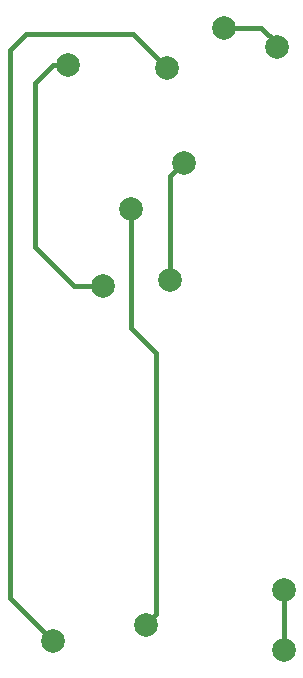
<source format=gbr>
%TF.GenerationSoftware,KiCad,Pcbnew,(7.0.0)*%
%TF.CreationDate,2023-03-18T07:41:40+03:00*%
%TF.ProjectId,StudioMic,53747564-696f-44d6-9963-2e6b69636164,1*%
%TF.SameCoordinates,Original*%
%TF.FileFunction,Copper,L2,Bot*%
%TF.FilePolarity,Positive*%
%FSLAX46Y46*%
G04 Gerber Fmt 4.6, Leading zero omitted, Abs format (unit mm)*
G04 Created by KiCad (PCBNEW (7.0.0)) date 2023-03-18 07:41:40*
%MOMM*%
%LPD*%
G01*
G04 APERTURE LIST*
%TA.AperFunction,ViaPad*%
%ADD10C,2.000000*%
%TD*%
%TA.AperFunction,Conductor*%
%ADD11C,0.400000*%
%TD*%
G04 APERTURE END LIST*
D10*
%TO.N,HT*%
X158242000Y-56388000D03*
X162687000Y-58039000D03*
%TO.N,Net-(C1-Pad2)*%
X150391500Y-71755000D03*
X151638000Y-106934000D03*
%TO.N,Net-(U1A--)*%
X143764000Y-108331000D03*
X153416000Y-59817000D03*
%TO.N,+12V*%
X154822500Y-67827500D03*
X163322000Y-109093000D03*
X153670000Y-77724000D03*
X163322000Y-104013000D03*
%TO.N,GNDREF*%
X147955000Y-78232000D03*
X145034000Y-59563000D03*
%TD*%
D11*
%TO.N,+12V*%
X153670000Y-68980000D02*
X154822500Y-67827500D01*
X153670000Y-77724000D02*
X153670000Y-68980000D01*
%TO.N,Net-(U1A--)*%
X140081000Y-104648000D02*
X143764000Y-108331000D01*
X140081000Y-58293000D02*
X140081000Y-104648000D01*
X150495000Y-56896000D02*
X141478000Y-56896000D01*
X153416000Y-59817000D02*
X150495000Y-56896000D01*
X141478000Y-56896000D02*
X140081000Y-58293000D01*
%TO.N,Net-(C1-Pad2)*%
X150391500Y-81811500D02*
X150391500Y-71755000D01*
X152518990Y-83938990D02*
X150391500Y-81811500D01*
X152518990Y-106053010D02*
X152518990Y-83938990D01*
X151638000Y-106934000D02*
X152518990Y-106053010D01*
%TO.N,+12V*%
X163322000Y-104013000D02*
X163322000Y-109093000D01*
%TO.N,GNDREF*%
X145542000Y-78232000D02*
X147955000Y-78232000D01*
X142240000Y-74930000D02*
X145542000Y-78232000D01*
X143764000Y-59563000D02*
X142240000Y-61087000D01*
X145034000Y-59563000D02*
X143764000Y-59563000D01*
X142240000Y-61087000D02*
X142240000Y-74930000D01*
%TO.N,HT*%
X162687000Y-57721500D02*
X162687000Y-58039000D01*
X161353500Y-56388000D02*
X162687000Y-57721500D01*
X158242000Y-56388000D02*
X161353500Y-56388000D01*
%TD*%
M02*

</source>
